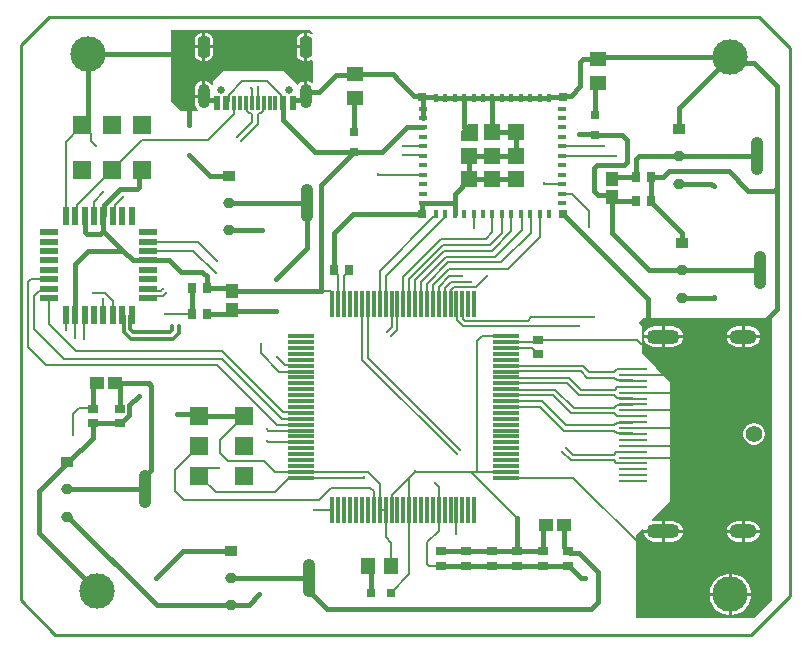
<source format=gbr>
%TF.GenerationSoftware,Altium Limited,Altium Designer,23.4.1 (23)*%
G04 Layer_Physical_Order=1*
G04 Layer_Color=255*
%FSLAX45Y45*%
%MOMM*%
%TF.SameCoordinates,1140DA37-B3DB-4B23-8321-DC1501029C55*%
%TF.FilePolarity,Positive*%
%TF.FileFunction,Copper,L1,Top,Signal*%
%TF.Part,Single*%
G01*
G75*
%TA.AperFunction,SMDPad,CuDef*%
%ADD10R,0.30000X2.20000*%
%ADD11R,2.20000X0.30000*%
%ADD12R,0.70000X0.70000*%
%TA.AperFunction,BGAPad,CuDef*%
%ADD13R,1.45000X1.45000*%
%TA.AperFunction,SMDPad,CuDef*%
%ADD14R,0.60000X0.60000*%
%ADD15R,0.40000X0.80000*%
%ADD16R,0.80000X0.40000*%
%TA.AperFunction,ConnectorPad*%
%ADD17R,0.30000X1.15000*%
%ADD18R,0.60000X1.15000*%
%TA.AperFunction,SMDPad,CuDef*%
%ADD19R,0.75814X0.81213*%
G04:AMPARAMS|DCode=20|XSize=1.00429mm|YSize=3.18213mm|CornerRadius=0.43687mm|HoleSize=0mm|Usage=FLASHONLY|Rotation=0.000|XOffset=0mm|YOffset=0mm|HoleType=Round|Shape=RoundedRectangle|*
%AMROUNDEDRECTD20*
21,1,1.00429,2.30840,0,0,0.0*
21,1,0.13056,3.18213,0,0,0.0*
1,1,0.87373,0.06528,-1.15420*
1,1,0.87373,-0.06528,-1.15420*
1,1,0.87373,-0.06528,1.15420*
1,1,0.87373,0.06528,1.15420*
%
%ADD20ROUNDEDRECTD20*%
G04:AMPARAMS|DCode=21|XSize=1.00429mm|YSize=0.87213mm|CornerRadius=0.43606mm|HoleSize=0mm|Usage=FLASHONLY|Rotation=0.000|XOffset=0mm|YOffset=0mm|HoleType=Round|Shape=RoundedRectangle|*
%AMROUNDEDRECTD21*
21,1,1.00429,0.00000,0,0,0.0*
21,1,0.13216,0.87213,0,0,0.0*
1,1,0.87213,0.06608,0.00000*
1,1,0.87213,-0.06608,0.00000*
1,1,0.87213,-0.06608,0.00000*
1,1,0.87213,0.06608,0.00000*
%
%ADD21ROUNDEDRECTD21*%
%ADD22R,1.00429X0.87213*%
%TA.AperFunction,BGAPad,CuDef*%
%ADD23R,1.60000X1.60000*%
%TA.AperFunction,SMDPad,CuDef*%
%ADD24R,0.80000X0.80000*%
%ADD25R,0.80000X0.80000*%
%ADD26R,1.05822X1.30606*%
%ADD27R,1.55000X0.55000*%
%ADD28R,0.55000X1.55000*%
%ADD29R,0.81213X0.75814*%
%ADD30R,1.30606X1.05822*%
%ADD31R,1.45000X1.20000*%
%TA.AperFunction,ConnectorPad*%
%ADD32R,2.40000X0.28000*%
%TA.AperFunction,BGAPad,CuDef*%
%ADD33R,1.60000X1.60000*%
%TA.AperFunction,SMDPad,CuDef*%
%ADD34R,1.20000X1.45000*%
%TA.AperFunction,Conductor*%
%ADD35C,0.20000*%
%ADD36C,0.40000*%
%ADD37C,0.30000*%
%TA.AperFunction,NonConductor*%
%ADD38C,0.25400*%
%TA.AperFunction,ComponentPad*%
%ADD39C,0.65000*%
%ADD40O,1.00000X2.10000*%
G04:AMPARAMS|DCode=41|XSize=1.8mm|YSize=1mm|CornerRadius=0.25mm|HoleSize=0mm|Usage=FLASHONLY|Rotation=270.000|XOffset=0mm|YOffset=0mm|HoleType=Round|Shape=RoundedRectangle|*
%AMROUNDEDRECTD41*
21,1,1.80000,0.50000,0,0,270.0*
21,1,1.30000,1.00000,0,0,270.0*
1,1,0.50000,-0.25000,-0.65000*
1,1,0.50000,-0.25000,0.65000*
1,1,0.50000,0.25000,0.65000*
1,1,0.50000,0.25000,-0.65000*
%
%ADD41ROUNDEDRECTD41*%
%ADD42C,1.40000*%
G04:AMPARAMS|DCode=43|XSize=1.2mm|YSize=2.3mm|CornerRadius=0.6mm|HoleSize=0mm|Usage=FLASHONLY|Rotation=90.000|XOffset=0mm|YOffset=0mm|HoleType=Round|Shape=RoundedRectangle|*
%AMROUNDEDRECTD43*
21,1,1.20000,1.10000,0,0,90.0*
21,1,0.00000,2.30000,0,0,90.0*
1,1,1.20000,0.55000,0.00000*
1,1,1.20000,0.55000,0.00000*
1,1,1.20000,-0.55000,0.00000*
1,1,1.20000,-0.55000,0.00000*
%
%ADD43ROUNDEDRECTD43*%
G04:AMPARAMS|DCode=44|XSize=1.2mm|YSize=2.8mm|CornerRadius=0.6mm|HoleSize=0mm|Usage=FLASHONLY|Rotation=90.000|XOffset=0mm|YOffset=0mm|HoleType=Round|Shape=RoundedRectangle|*
%AMROUNDEDRECTD44*
21,1,1.20000,1.60000,0,0,90.0*
21,1,0.00000,2.80000,0,0,90.0*
1,1,1.20000,0.80000,0.00000*
1,1,1.20000,0.80000,0.00000*
1,1,1.20000,-0.80000,0.00000*
1,1,1.20000,-0.80000,0.00000*
%
%ADD44ROUNDEDRECTD44*%
%TA.AperFunction,ViaPad*%
%ADD45C,0.25000*%
%ADD46C,3.00000*%
G36*
X13738393Y7635708D02*
X13730296Y7625843D01*
X13722765Y7630876D01*
X13703101Y7634787D01*
X13690800D01*
Y7518400D01*
Y7402013D01*
X13703101D01*
X13722765Y7405924D01*
X13728700Y7409890D01*
X13741400Y7403102D01*
Y7216146D01*
X13728700Y7211613D01*
X13716125Y7221262D01*
X13697783Y7228860D01*
X13690800Y7229779D01*
Y7100401D01*
X13665401D01*
Y7229779D01*
X13658417Y7228860D01*
X13640076Y7221262D01*
X13624324Y7209176D01*
X13614400Y7196243D01*
X13601855Y7199391D01*
X13601700Y7199481D01*
Y7200900D01*
X13487399Y7315200D01*
X12979401D01*
X12890500Y7226300D01*
Y7199481D01*
X12890344Y7199391D01*
X12877800Y7196243D01*
X12867876Y7209176D01*
X12852126Y7221262D01*
X12833784Y7228860D01*
X12826801Y7229779D01*
Y7100400D01*
X12814101D01*
Y7087700D01*
X12738049D01*
Y7045400D01*
X12740641Y7025716D01*
X12748238Y7007375D01*
X12760324Y6991624D01*
X12768957Y6985000D01*
X12764646Y6972300D01*
X12623800D01*
X12534900Y7061200D01*
Y7658100D01*
X13716000D01*
X13738393Y7635708D01*
D02*
G37*
G36*
X17627600Y2832100D02*
X17475200Y2679700D01*
X16471899D01*
Y3378200D01*
X16527951Y3434251D01*
X16537585Y3429500D01*
X16691901D01*
Y3502937D01*
X16624600D01*
X16613081Y3501420D01*
X16607149Y3513449D01*
X16764000Y3670300D01*
Y4610100D01*
Y4673600D01*
X16535400Y4914900D01*
X16522701D01*
Y5156200D01*
X16497301Y5181600D01*
X16535400Y5219700D01*
X17627600D01*
Y2832100D01*
D02*
G37*
G36*
X15133400Y6722000D02*
X14988400D01*
Y6807000D01*
X15048399Y6867000D01*
X15133400D01*
Y6722000D01*
D02*
G37*
%LPC*%
G36*
X13665401Y7634787D02*
X13653101D01*
X13633435Y7630876D01*
X13616763Y7619736D01*
X13605624Y7603065D01*
X13601714Y7583400D01*
Y7531100D01*
X13665401D01*
Y7634787D01*
D02*
G37*
G36*
X12839101D02*
X12826801D01*
Y7531100D01*
X12890488D01*
Y7583400D01*
X12886575Y7603065D01*
X12875436Y7619736D01*
X12858765Y7630876D01*
X12839101Y7634787D01*
D02*
G37*
G36*
X12801401D02*
X12789100D01*
X12769435Y7630876D01*
X12752764Y7619736D01*
X12741625Y7603065D01*
X12737713Y7583400D01*
Y7531100D01*
X12801401D01*
Y7634787D01*
D02*
G37*
G36*
X13665401Y7505700D02*
X13601714D01*
Y7453400D01*
X13605624Y7433735D01*
X13616763Y7417064D01*
X13633435Y7405924D01*
X13653101Y7402013D01*
X13665401D01*
Y7505700D01*
D02*
G37*
G36*
X12890488Y7505700D02*
X12826801D01*
Y7402013D01*
X12839101D01*
X12858765Y7405924D01*
X12875436Y7417064D01*
X12886575Y7433735D01*
X12890488Y7453400D01*
Y7505700D01*
D02*
G37*
G36*
X12801401D02*
X12737713D01*
Y7453400D01*
X12741625Y7433735D01*
X12752764Y7417064D01*
X12769435Y7405924D01*
X12789100Y7402013D01*
X12801401D01*
Y7505700D01*
D02*
G37*
G36*
X12801401Y7229779D02*
X12794417Y7228860D01*
X12776075Y7221262D01*
X12760324Y7209176D01*
X12748238Y7193426D01*
X12740641Y7175084D01*
X12738049Y7155400D01*
Y7113100D01*
X12801401D01*
Y7229779D01*
D02*
G37*
G36*
X17437601Y5152937D02*
X17395300D01*
Y5079500D01*
X17522066D01*
X17520802Y5089094D01*
X17512196Y5109868D01*
X17498508Y5127708D01*
X17480669Y5141396D01*
X17459894Y5150002D01*
X17437601Y5152937D01*
D02*
G37*
G36*
X17369901D02*
X17327600D01*
X17305305Y5150002D01*
X17284531Y5141396D01*
X17266692Y5127708D01*
X17253003Y5109868D01*
X17244398Y5089094D01*
X17243135Y5079500D01*
X17369901D01*
Y5152937D01*
D02*
G37*
G36*
X16784599D02*
X16717300D01*
Y5079500D01*
X16869064D01*
X16867802Y5089094D01*
X16859196Y5109868D01*
X16845508Y5127708D01*
X16827669Y5141396D01*
X16806894Y5150002D01*
X16784599Y5152937D01*
D02*
G37*
G36*
X16691901D02*
X16624600D01*
X16602306Y5150002D01*
X16581532Y5141396D01*
X16563692Y5127708D01*
X16550003Y5109868D01*
X16541399Y5089094D01*
X16540135Y5079500D01*
X16691901D01*
Y5152937D01*
D02*
G37*
G36*
X17522066Y5054100D02*
X17395300D01*
Y4980663D01*
X17437601D01*
X17459894Y4983598D01*
X17480669Y4992203D01*
X17498508Y5005892D01*
X17512196Y5023731D01*
X17520802Y5044506D01*
X17522066Y5054100D01*
D02*
G37*
G36*
X17369901D02*
X17243135D01*
X17244398Y5044506D01*
X17253003Y5023731D01*
X17266692Y5005892D01*
X17284531Y4992203D01*
X17305305Y4983598D01*
X17327600Y4980663D01*
X17369901D01*
Y5054100D01*
D02*
G37*
G36*
X16869064Y5054100D02*
X16717300D01*
Y4980663D01*
X16784599D01*
X16806894Y4983598D01*
X16827669Y4992203D01*
X16845508Y5005892D01*
X16859196Y5023732D01*
X16867802Y5044506D01*
X16869064Y5054100D01*
D02*
G37*
G36*
X16691901D02*
X16540135D01*
X16541399Y5044506D01*
X16550003Y5023732D01*
X16563692Y5005892D01*
X16581532Y4992203D01*
X16602306Y4983598D01*
X16624600Y4980663D01*
X16691901D01*
Y5054100D01*
D02*
G37*
G36*
X17484448Y4331800D02*
X17460751D01*
X17437862Y4325666D01*
X17417339Y4313818D01*
X17400581Y4297061D01*
X17388734Y4276539D01*
X17382600Y4253649D01*
Y4229951D01*
X17388734Y4207061D01*
X17400581Y4186539D01*
X17417339Y4169782D01*
X17437862Y4157934D01*
X17460751Y4151800D01*
X17484448D01*
X17507339Y4157934D01*
X17527861Y4169782D01*
X17544618Y4186539D01*
X17556467Y4207061D01*
X17562601Y4229951D01*
Y4253649D01*
X17556467Y4276539D01*
X17544618Y4297061D01*
X17527861Y4313818D01*
X17507339Y4325666D01*
X17484448Y4331800D01*
D02*
G37*
G36*
X17437601Y3502937D02*
X17395300D01*
Y3429500D01*
X17522066D01*
X17520802Y3439094D01*
X17512196Y3459869D01*
X17498508Y3477708D01*
X17480669Y3491397D01*
X17459894Y3500002D01*
X17437601Y3502937D01*
D02*
G37*
G36*
X17369901D02*
X17327600D01*
X17305305Y3500002D01*
X17284531Y3491397D01*
X17266692Y3477708D01*
X17253003Y3459869D01*
X17244398Y3439094D01*
X17243135Y3429500D01*
X17369901D01*
Y3502937D01*
D02*
G37*
G36*
X16784599D02*
X16717300D01*
Y3429500D01*
X16869064D01*
X16867802Y3439094D01*
X16859196Y3459868D01*
X16845508Y3477708D01*
X16827669Y3491397D01*
X16806894Y3500002D01*
X16784599Y3502937D01*
D02*
G37*
G36*
X17522066Y3404100D02*
X17395300D01*
Y3330663D01*
X17437601D01*
X17459894Y3333598D01*
X17480669Y3342204D01*
X17498508Y3355892D01*
X17512196Y3373732D01*
X17520802Y3394506D01*
X17522066Y3404100D01*
D02*
G37*
G36*
X17369901D02*
X17243135D01*
X17244398Y3394506D01*
X17253003Y3373732D01*
X17266692Y3355892D01*
X17284531Y3342204D01*
X17305305Y3333598D01*
X17327600Y3330663D01*
X17369901D01*
Y3404100D01*
D02*
G37*
G36*
X16869064Y3404100D02*
X16717300D01*
Y3330663D01*
X16784599D01*
X16806894Y3333598D01*
X16827669Y3342204D01*
X16845508Y3355892D01*
X16859196Y3373732D01*
X16867802Y3394506D01*
X16869064Y3404100D01*
D02*
G37*
G36*
X16691901D02*
X16540135D01*
X16541399Y3394506D01*
X16550003Y3373732D01*
X16563692Y3355892D01*
X16581532Y3342204D01*
X16602306Y3333598D01*
X16624600Y3330663D01*
X16691901D01*
Y3404100D01*
D02*
G37*
G36*
X17289275Y3058300D02*
X17284700D01*
Y2895600D01*
X17447400D01*
Y2900175D01*
X17440659Y2934062D01*
X17427437Y2965983D01*
X17408241Y2994711D01*
X17383810Y3019142D01*
X17355083Y3038337D01*
X17323161Y3051559D01*
X17289275Y3058300D01*
D02*
G37*
G36*
X17259300D02*
X17254726D01*
X17220837Y3051559D01*
X17188918Y3038337D01*
X17160188Y3019142D01*
X17135757Y2994711D01*
X17116563Y2965983D01*
X17103342Y2934062D01*
X17096600Y2900175D01*
Y2895600D01*
X17259300D01*
Y3058300D01*
D02*
G37*
G36*
X17447400Y2870200D02*
X17284700D01*
Y2707500D01*
X17289275D01*
X17323161Y2714241D01*
X17355083Y2727463D01*
X17383810Y2746658D01*
X17408241Y2771089D01*
X17427437Y2799817D01*
X17440659Y2831738D01*
X17447400Y2865625D01*
Y2870200D01*
D02*
G37*
G36*
X17259300D02*
X17096600D01*
Y2865625D01*
X17103342Y2831738D01*
X17116563Y2799817D01*
X17135757Y2771089D01*
X17160188Y2746658D01*
X17188918Y2727463D01*
X17220837Y2714241D01*
X17254726Y2707500D01*
X17259300D01*
Y2870200D01*
D02*
G37*
%LPD*%
D10*
X13903400Y3600400D02*
D03*
X13953400D02*
D03*
X14003400D02*
D03*
X14053400D02*
D03*
X14103400D02*
D03*
X14153400D02*
D03*
X14203400D02*
D03*
X14253400D02*
D03*
X14303400D02*
D03*
X14353400D02*
D03*
X14403400D02*
D03*
X14453400D02*
D03*
X14503400D02*
D03*
X14553400D02*
D03*
X14603400D02*
D03*
X14653400D02*
D03*
X14703400D02*
D03*
X14753400D02*
D03*
X14803400D02*
D03*
X14853400D02*
D03*
X14903400D02*
D03*
X14953400D02*
D03*
X15003400D02*
D03*
X15053400D02*
D03*
X15103400D02*
D03*
Y5340400D02*
D03*
X15053400D02*
D03*
X15003400D02*
D03*
X14953400D02*
D03*
X14903400D02*
D03*
X14853400D02*
D03*
X14803400D02*
D03*
X14753400D02*
D03*
X14703400D02*
D03*
X14653400D02*
D03*
X14603400D02*
D03*
X14553400D02*
D03*
X14503400D02*
D03*
X14453400D02*
D03*
X14403400D02*
D03*
X14353400D02*
D03*
X14303400D02*
D03*
X14253400D02*
D03*
X14203400D02*
D03*
X14153400D02*
D03*
X14103400D02*
D03*
X14053400D02*
D03*
X14003400D02*
D03*
X13953400D02*
D03*
X13903400D02*
D03*
D11*
X15373399Y3870400D02*
D03*
Y3920400D02*
D03*
Y3970400D02*
D03*
Y4020400D02*
D03*
Y4070400D02*
D03*
Y4120400D02*
D03*
Y4170400D02*
D03*
Y4220400D02*
D03*
Y4270400D02*
D03*
Y4320400D02*
D03*
Y4370400D02*
D03*
Y4420400D02*
D03*
Y4470400D02*
D03*
Y4520400D02*
D03*
Y4570400D02*
D03*
Y4620400D02*
D03*
Y4670400D02*
D03*
Y4720400D02*
D03*
Y4770400D02*
D03*
Y4820400D02*
D03*
Y4870400D02*
D03*
Y4920400D02*
D03*
Y4970400D02*
D03*
Y5020400D02*
D03*
Y5070400D02*
D03*
X13633400D02*
D03*
Y5020400D02*
D03*
Y4970400D02*
D03*
Y4920400D02*
D03*
Y4870400D02*
D03*
Y4820400D02*
D03*
Y4770400D02*
D03*
Y4720400D02*
D03*
Y4670400D02*
D03*
Y4620400D02*
D03*
Y4570400D02*
D03*
Y4520400D02*
D03*
Y4470400D02*
D03*
Y4420400D02*
D03*
Y4370400D02*
D03*
Y4320400D02*
D03*
Y4270400D02*
D03*
Y4220400D02*
D03*
Y4170400D02*
D03*
Y4120400D02*
D03*
Y4070400D02*
D03*
Y4020400D02*
D03*
Y3970400D02*
D03*
Y3920400D02*
D03*
Y3870400D02*
D03*
D12*
X15853400Y7092000D02*
D03*
Y6102000D02*
D03*
X14663400D02*
D03*
Y7092000D02*
D03*
D13*
X15455901Y6597000D02*
D03*
Y6399500D02*
D03*
X15258400D02*
D03*
X15060899D02*
D03*
Y6597000D02*
D03*
X15258400Y6794500D02*
D03*
X15455901D02*
D03*
X15258400Y6597000D02*
D03*
D14*
X15060899Y6794500D02*
D03*
D15*
X14778400Y7087000D02*
D03*
X14858400D02*
D03*
X14938400D02*
D03*
X15018401D02*
D03*
X15098399D02*
D03*
X15178400D02*
D03*
X15258400D02*
D03*
X15338400D02*
D03*
X15418401D02*
D03*
X15498399D02*
D03*
X15578400D02*
D03*
X15658400D02*
D03*
X15738400D02*
D03*
Y6107000D02*
D03*
X15658400D02*
D03*
X15578400D02*
D03*
X15498399D02*
D03*
X15418401D02*
D03*
X15338400D02*
D03*
X15258400D02*
D03*
X15178400D02*
D03*
X15098399D02*
D03*
X15018401D02*
D03*
X14938400D02*
D03*
X14858400D02*
D03*
X14778400D02*
D03*
D16*
X15848399Y6997000D02*
D03*
Y6917000D02*
D03*
Y6837000D02*
D03*
Y6757000D02*
D03*
Y6677000D02*
D03*
Y6597000D02*
D03*
Y6517000D02*
D03*
Y6437000D02*
D03*
Y6357000D02*
D03*
Y6277000D02*
D03*
Y6197000D02*
D03*
X14668401D02*
D03*
Y6277000D02*
D03*
Y6357000D02*
D03*
Y6437000D02*
D03*
Y6517000D02*
D03*
Y6597000D02*
D03*
Y6677000D02*
D03*
Y6757000D02*
D03*
Y6837000D02*
D03*
Y6917000D02*
D03*
Y6997000D02*
D03*
D17*
X13421100Y7042900D02*
D03*
X13371100D02*
D03*
X13321100D02*
D03*
X13071100D02*
D03*
X13121100D02*
D03*
X13171100D02*
D03*
X13271100D02*
D03*
X13221100D02*
D03*
D18*
X13006100D02*
D03*
X13486099D02*
D03*
X12926100D02*
D03*
X13566100D02*
D03*
D19*
X16472701Y6210300D02*
D03*
X16598099D02*
D03*
X13920001Y5626100D02*
D03*
X14045399D02*
D03*
X16598099Y6413500D02*
D03*
X16472701D02*
D03*
X12713501Y5257800D02*
D03*
X12838899D02*
D03*
X12713501Y5473700D02*
D03*
X12838899D02*
D03*
D20*
X13689900Y6197600D02*
D03*
X17525301Y5626100D02*
D03*
X12319000Y3771900D02*
D03*
X17499899Y6591300D02*
D03*
X13702600Y3022600D02*
D03*
D21*
X13030901Y5968600D02*
D03*
Y6197600D02*
D03*
X16866299Y5397100D02*
D03*
Y5626100D02*
D03*
X11660000Y3542900D02*
D03*
Y3771900D02*
D03*
X16840900Y6362300D02*
D03*
Y6591300D02*
D03*
X13043600Y2793600D02*
D03*
Y3022600D02*
D03*
D22*
X13030901Y6426600D02*
D03*
X16866299Y5855100D02*
D03*
X11660000Y4000900D02*
D03*
X16840900Y6820300D02*
D03*
X13043600Y3251600D02*
D03*
D23*
X12039600Y6857000D02*
D03*
Y6477000D02*
D03*
X12293600Y6857000D02*
D03*
X11785600D02*
D03*
Y6477000D02*
D03*
X12293600D02*
D03*
D24*
X14084300Y6629500D02*
D03*
Y6794500D02*
D03*
X16128999Y6775500D02*
D03*
Y6940500D02*
D03*
D25*
X14395399Y2895600D02*
D03*
X14230400D02*
D03*
D26*
X16268700Y6403616D02*
D03*
Y6248400D02*
D03*
X13055600Y5294492D02*
D03*
Y5449708D02*
D03*
D27*
X12344400Y5951200D02*
D03*
Y5871200D02*
D03*
Y5791200D02*
D03*
Y5711200D02*
D03*
Y5631200D02*
D03*
Y5551200D02*
D03*
Y5471200D02*
D03*
Y5391200D02*
D03*
X11504400D02*
D03*
Y5471200D02*
D03*
Y5551200D02*
D03*
Y5631200D02*
D03*
Y5711200D02*
D03*
Y5791200D02*
D03*
Y5871200D02*
D03*
Y5951200D02*
D03*
D28*
X12204400Y5251200D02*
D03*
X12124400D02*
D03*
X12044400D02*
D03*
X11964400D02*
D03*
X11884400D02*
D03*
X11804400D02*
D03*
X11724400D02*
D03*
X11644400D02*
D03*
Y6091200D02*
D03*
X11724400D02*
D03*
X11804400D02*
D03*
X11884400D02*
D03*
X11964400D02*
D03*
X12044400D02*
D03*
X12124400D02*
D03*
X12204400D02*
D03*
D29*
X15900400Y3125801D02*
D03*
Y3251200D02*
D03*
X15684500Y3125001D02*
D03*
Y3250399D02*
D03*
X15468600Y3125801D02*
D03*
Y3251200D02*
D03*
X15252699Y3125801D02*
D03*
Y3251200D02*
D03*
X15036800Y3125801D02*
D03*
Y3251200D02*
D03*
X14820900Y3125801D02*
D03*
Y3251200D02*
D03*
X12103100Y4331501D02*
D03*
Y4456899D02*
D03*
X11874500Y4331501D02*
D03*
Y4456899D02*
D03*
X15646400Y5041099D02*
D03*
Y4915701D02*
D03*
D30*
X15863708Y3467100D02*
D03*
X15708492D02*
D03*
X12066408Y4673600D02*
D03*
X11911192D02*
D03*
D31*
X14097000Y7088200D02*
D03*
Y7288200D02*
D03*
X16154401Y7215200D02*
D03*
Y7415200D02*
D03*
D32*
X16444600Y3841800D02*
D03*
Y3891800D02*
D03*
Y3941800D02*
D03*
Y3991800D02*
D03*
Y4041800D02*
D03*
Y4091800D02*
D03*
Y4141800D02*
D03*
Y4191800D02*
D03*
Y4241800D02*
D03*
Y4291800D02*
D03*
Y4341800D02*
D03*
Y4391800D02*
D03*
Y4441800D02*
D03*
Y4491800D02*
D03*
Y4541800D02*
D03*
Y4591800D02*
D03*
Y4641800D02*
D03*
Y4691800D02*
D03*
Y4741800D02*
D03*
Y4791800D02*
D03*
D33*
X13156700Y4140200D02*
D03*
X12776700D02*
D03*
X13156700Y3886200D02*
D03*
Y4394200D02*
D03*
X12776700D02*
D03*
Y3886200D02*
D03*
D34*
X14201801Y3124200D02*
D03*
X14401801D02*
D03*
D35*
X14171848Y3873500D02*
X14173199D01*
X14168747Y3870400D02*
X14171848Y3873500D01*
X13538400Y3870400D02*
X14168747D01*
X14770100Y3822700D02*
X14803400Y3789400D01*
Y3424200D02*
Y3789400D01*
X15373399Y3870400D02*
X15941600D01*
X16548100Y3263900D01*
X15074899Y3920400D02*
X15125700D01*
X14605974D02*
X15074899D01*
X15468600Y3526700D01*
X15125700Y3920400D02*
X15373399D01*
X15125700Y5029200D02*
X15168216Y5071716D01*
X15221466Y5070400D02*
X15373399D01*
X15220151Y5071716D02*
X15221466Y5070400D01*
X15168216Y5071716D02*
X15220151D01*
X15125700Y3920400D02*
Y5029200D01*
X15646400Y5041099D02*
X16485400D01*
X16573500Y4953000D01*
X14666158Y6679243D02*
X14668401Y6677000D01*
X14504356Y6679243D02*
X14666158D01*
X14503400Y6680200D02*
X14504356Y6679243D01*
X14662357Y6603043D02*
X14668401Y6597000D01*
X14504356Y6603043D02*
X14662357D01*
X14503400Y6604000D02*
X14504356Y6603043D01*
X14453400Y5118900D02*
Y5340400D01*
X14401801Y5067300D02*
X14453400Y5118900D01*
X14403400Y5145100D02*
Y5340400D01*
X14363699Y5105400D02*
X14403400Y5145100D01*
X14353400Y5340400D02*
Y5435400D01*
X14358400Y5440400D01*
Y5582700D01*
X13804900Y5449708D02*
X13889091D01*
X14287500Y6438900D02*
X14288853D01*
X14290753Y6437000D01*
X14668401D01*
X12044400Y6091200D02*
X12061900Y6108700D01*
Y6181800D01*
X12128500Y6248400D01*
X11644400Y6715800D02*
X11785600Y6857000D01*
X11644400Y6091200D02*
Y6715800D01*
X11884400Y6091200D02*
Y6207500D01*
X11963400Y6286500D01*
X13006100Y7042900D02*
X13026100Y7062900D01*
Y7112826D01*
X13139574Y7226300D01*
X13352626D01*
X13466100Y7112826D01*
Y7062900D02*
Y7112826D01*
Y7062900D02*
X13486099Y7042900D01*
X11723057Y5249857D02*
X11724400Y5251200D01*
X11723057Y5055557D02*
Y5249857D01*
X11722100Y5054600D02*
X11723057Y5055557D01*
X11873699Y4457700D02*
X11874500Y4456899D01*
X11760200Y4457700D02*
X11873699D01*
X11709400Y4229100D02*
Y4406900D01*
X11760200Y4457700D01*
X12776700Y3886200D02*
X12840199Y3949700D01*
X12941299D01*
X13747701Y3600400D02*
X13903400D01*
X12484100Y5257800D02*
X12713501D01*
X11785600Y6857000D02*
X11855600Y6787000D01*
Y6724500D02*
Y6787000D01*
Y6724500D02*
X11899900Y6680200D01*
X11963400Y5252200D02*
X11964400Y5251200D01*
X11963400Y5252200D02*
Y5384095D01*
X11963047Y5384447D02*
X11963400Y5384095D01*
X11874500Y5435600D02*
X11976100D01*
X12953999Y4191500D02*
X13156700Y4394200D01*
X12953999Y4076700D02*
Y4191500D01*
X13017500Y4013200D02*
X13322301D01*
X12953999Y4076700D02*
X13017500Y4013200D01*
X13415100Y3920400D02*
X13633400D01*
X13322301Y4013200D02*
X13415100Y3920400D01*
X13633400D02*
X14202499D01*
X14303400Y3600400D02*
Y3819500D01*
X14202499Y3920400D02*
X14303400Y3819500D01*
X14224985Y3784600D02*
X14253400Y3756184D01*
Y3600400D02*
Y3756184D01*
X13893800Y3784600D02*
X14224985D01*
X14303400Y3600400D02*
X14353400D01*
X14401801Y3124200D02*
Y3319183D01*
X14353065Y3367917D02*
X14401801Y3319183D01*
X14353065Y3367917D02*
Y3600066D01*
X14353400Y3600400D01*
X12649200Y3683000D02*
X13792200D01*
X13893800Y3784600D01*
X12573000Y3759200D02*
X12649200Y3683000D01*
X12573000Y3759200D02*
Y3936500D01*
X12776700Y4140200D01*
X13414500Y3746500D02*
X13538400Y3870400D01*
X12916400Y3746500D02*
X13414500D01*
X12776700Y3886200D02*
X12916400Y3746500D01*
X14848399Y6097000D02*
X14858400Y6107000D01*
X14848399Y6072700D02*
Y6097000D01*
X14358400Y5582700D02*
X14848399Y6072700D01*
X14303400Y5340400D02*
Y5623200D01*
X14757201Y6077000D02*
X14768401D01*
X14778400Y6087000D02*
Y6107000D01*
X14768401Y6077000D02*
X14778400Y6087000D01*
X14303400Y5623200D02*
X14757201Y6077000D01*
X14819299Y3124200D02*
X14820900Y3125801D01*
X14719299Y3124200D02*
X14819299D01*
X14706599Y3136900D02*
Y3327400D01*
Y3136900D02*
X14719299Y3124200D01*
X14706599Y3327400D02*
X14803400Y3424200D01*
X16444600Y4741800D02*
X16743300D01*
X16751300Y4749800D01*
X16444600Y4591800D02*
X16820399D01*
X16827499Y4584700D01*
X16314174Y4637800D02*
X16440601D01*
X15888600Y4672700D02*
X15989897Y4571403D01*
X16008704Y4616803D02*
X16293176D01*
X16314174Y4637800D01*
X16440601D02*
X16444600Y4641800D01*
X15989897Y4571403D02*
X16288571D01*
X15907405Y4718100D02*
X16008704Y4616803D01*
X16288571Y4571403D02*
X16314174Y4545800D01*
X16444600Y4441800D02*
X16811600D01*
X16814799Y4445000D01*
X16444600Y4291800D02*
X16801300D01*
X16802100Y4292600D01*
X16444600Y4141800D02*
X16800500D01*
X16802100Y4140200D01*
X16447800Y4038600D02*
X16828484D01*
X16840199Y4050316D01*
Y4051300D01*
X16334599Y3995800D02*
X16338600Y3991800D01*
X16444600Y4041800D02*
X16447800Y4038600D01*
X16284599Y4019100D02*
X16307899Y3995800D01*
X16334599D01*
X16307899Y4087800D02*
X16440601D01*
X16338600Y3991800D02*
X16444600D01*
X15938705Y4064500D02*
X16284599D01*
X15919901Y4019100D02*
X16284599D01*
Y4064500D02*
X16307899Y4087800D01*
X14953400Y3397753D02*
Y3600400D01*
X14947900Y3392253D02*
X14953400Y3397753D01*
X14947900Y3390900D02*
Y3392253D01*
X12044400Y5251200D02*
Y5367300D01*
X11976100Y5435600D02*
X12044400Y5367300D01*
X14553400Y3867826D02*
X14605974Y3920400D01*
X14408400Y3722826D02*
X14553400Y3867826D01*
Y3600400D02*
Y3867826D01*
X14408400Y3605400D02*
Y3722826D01*
X14403400Y3600400D02*
X14408400Y3605400D01*
X16078200Y5994400D02*
Y6132266D01*
X15933466Y6277000D02*
X16078200Y6132266D01*
X15848399Y6277000D02*
X15933466D01*
X15122012Y5482713D02*
X15214600Y5575300D01*
X14928287Y5482713D02*
X15122012D01*
X15843657Y6361743D02*
X15848399Y6357000D01*
X15698157Y6361743D02*
X15843657D01*
X15697200Y6362700D02*
X15698157Y6361743D01*
X13321100Y7000400D02*
Y7042900D01*
X13176100Y6972974D02*
Y6995400D01*
X13216100Y7167710D02*
X13221100Y7162710D01*
Y7042900D02*
Y7162710D01*
X13171100Y7000400D02*
Y7042900D01*
X13316100Y6972974D02*
Y6995400D01*
X13171100Y7000400D02*
X13176100Y6995400D01*
X13316100D02*
X13321100Y7000400D01*
X13216100Y7167710D02*
Y7169063D01*
X13271300Y7175300D02*
X13271500Y7175500D01*
X13271100Y7042900D02*
X13271300Y7043100D01*
Y7175300D01*
X12496095Y5434895D02*
X12496800D01*
X12469700Y5408500D02*
X12496095Y5434895D01*
X12361700Y5408500D02*
X12469700D01*
X12344400Y5391200D02*
X12361700Y5408500D01*
X12331700Y5378500D02*
X12344400Y5391200D01*
X12464284Y5467703D02*
X12464697D01*
X12344400Y5471200D02*
X12361700Y5453900D01*
X12450482D02*
X12464284Y5467703D01*
X12361700Y5453900D02*
X12450482D01*
X13280516Y6955400D02*
X13298526D01*
X13176100Y6972974D02*
X13193674Y6955400D01*
X13298526D02*
X13316100Y6972974D01*
X13223399Y6886100D02*
Y6943684D01*
X13093700Y6756400D02*
X13223399Y6886100D01*
X13193674Y6955400D02*
X13211684D01*
X13223399Y6943684D01*
X13268800D02*
X13280516Y6955400D01*
X13125803Y6724297D02*
X13268800Y6867295D01*
Y6943684D01*
X12852400Y6731000D02*
X13068300Y6946900D01*
Y7040100D01*
X12293600Y6731000D02*
X12852400D01*
X12762543Y5868357D02*
X12928600Y5702300D01*
X13068300Y7040100D02*
X13071100Y7042900D01*
X12039600Y6477000D02*
X12293600Y6731000D01*
X13356953Y4170400D02*
X13633400D01*
X13349052Y4178300D02*
X13356953Y4170400D01*
X13347701Y4178300D02*
X13349052D01*
X13358553Y4270400D02*
X13633400D01*
X13349052Y4279900D02*
X13358553Y4270400D01*
X13347701Y4279900D02*
X13349052D01*
X11798300Y5245100D02*
X11804400Y5251200D01*
X11798300Y5041900D02*
Y5245100D01*
X11644400Y5119600D02*
Y5251200D01*
Y5119600D02*
X11645900Y5118100D01*
X11724400Y6091200D02*
X11741900Y6108700D01*
Y6179300D01*
X12039600Y6477000D01*
X13889091Y5449708D02*
X13903400Y5435400D01*
Y5340400D02*
Y5435400D01*
X12725400Y5791200D02*
X12915900Y5600700D01*
X11734800Y4940300D02*
X12966701D01*
X13481601Y4425400D01*
X11506200Y5168900D02*
X11734800Y4940300D01*
X12344400Y5791200D02*
X12725400D01*
X12347244Y5868357D02*
X12762543D01*
X12344400Y5871200D02*
X12347244Y5868357D01*
X13296899Y4927600D02*
Y5003800D01*
Y4927600D02*
X13454100Y4770400D01*
X13628400Y4825400D02*
X13633400Y4820400D01*
X13500700Y4825400D02*
X13628400D01*
X13436600Y4889500D02*
X13500700Y4825400D01*
X13454100Y4770400D02*
X13633400D01*
X16305447Y6591300D02*
X16306799D01*
X16299747Y6597000D02*
X16305447Y6591300D01*
X15848399Y6597000D02*
X16299747D01*
X15848399Y6677000D02*
X15850642Y6679243D01*
X16204243D01*
X16205200Y6680200D01*
X15988699Y5155600D02*
X15989301Y5156200D01*
X15988100Y5155000D02*
X15988699Y5155600D01*
X15587137Y5232400D02*
X16116299D01*
X15555138Y5200400D02*
X15587137Y5232400D01*
X15003400Y5340400D02*
X15008400Y5335400D01*
Y5217974D02*
Y5335400D01*
X14958400Y5203769D02*
Y5240400D01*
X15025974Y5200400D02*
X15555138D01*
X14953400Y5245400D02*
X14958400Y5240400D01*
Y5203769D02*
X15007169Y5155000D01*
X15988100D01*
X15008400Y5217974D02*
X15025974Y5200400D01*
X14953400Y5245400D02*
Y5340400D01*
X14903400D02*
Y5435400D01*
X14908400Y5440400D02*
Y5462826D01*
X14903400Y5435400D02*
X14908400Y5440400D01*
X14853400Y5340400D02*
Y5435400D01*
X14891759Y5638800D02*
X15392400D01*
X14603400Y5543057D02*
X14851543Y5791200D01*
X14853400Y5435400D02*
X14858400Y5440400D01*
X14753400Y5340400D02*
Y5500442D01*
X14553400Y5557262D02*
X14838138Y5842000D01*
X14753400Y5500442D02*
X14891759Y5638800D01*
X14883752Y5695000D02*
X15334300D01*
X14838138Y5842000D02*
X15239294D01*
X14503400Y5571467D02*
X14824733Y5892800D01*
X14703400Y5340400D02*
Y5514647D01*
X14553400Y5340400D02*
Y5557262D01*
X14703400Y5514647D02*
X14883752Y5695000D01*
X14803400Y5486236D02*
X14892464Y5575300D01*
X14908400Y5462826D02*
X14928287Y5482713D01*
X14892464Y5575300D02*
X14998700D01*
X14503400Y5340400D02*
Y5571467D01*
X14803400Y5340400D02*
Y5486236D01*
X14909482Y5528113D02*
X15074899D01*
X14824733Y5892800D02*
X15201900D01*
X14858400Y5440400D02*
Y5477031D01*
X14864948Y5740400D02*
X15278101D01*
X14851543Y5791200D02*
X15252699D01*
X14653400Y5528852D02*
X14864948Y5740400D01*
X14858400Y5477031D02*
X14909482Y5528113D01*
X14653400Y5340400D02*
Y5528852D01*
X14603400Y5340400D02*
Y5543057D01*
X15392400Y5638800D02*
X15659100Y5905500D01*
Y6106300D01*
X15098399Y6107000D02*
X15099350Y6106050D01*
Y5982650D02*
Y6106050D01*
Y5982650D02*
X15100301Y5981700D01*
X12965994Y4876800D02*
X13472395Y4370400D01*
X11633200Y4876800D02*
X12965994D01*
X13481601Y4425400D02*
X13628400D01*
X13472395Y4370400D02*
X13633400D01*
X11328400Y4978400D02*
Y5525484D01*
X11354116Y5551200D02*
X11504400D01*
X11328400Y5525484D02*
X11354116Y5551200D01*
X11328400Y4978400D02*
X11480800Y4826000D01*
X11379200Y5130800D02*
Y5413426D01*
Y5130800D02*
X11633200Y4876800D01*
X11379200Y5413426D02*
X11419474Y5453700D01*
X12927325Y4826000D02*
X13432925Y4320400D01*
X13633400D01*
X11480800Y4826000D02*
X12927325D01*
X11486900Y5453700D02*
X11504400Y5471200D01*
X11419474Y5453700D02*
X11486900D01*
X11506200Y5168900D02*
Y5389400D01*
X11504400Y5391200D02*
X11506200Y5389400D01*
X13628400Y4425400D02*
X13633400Y4420400D01*
X15239294Y5842000D02*
X15341600Y5944305D01*
X15201900Y5892800D02*
X15258400Y5949300D01*
X16058099Y4719100D02*
X16290874D01*
X16023305Y4818100D02*
X16076904Y4764500D01*
X16290874D01*
X16004500Y4772700D02*
X16058099Y4719100D01*
X16440601Y4695800D02*
X16444600Y4691800D01*
X16290874Y4719100D02*
X16314174Y4695800D01*
X16440601D01*
Y4787800D02*
X16444600Y4791800D01*
X16314174Y4787800D02*
X16440601D01*
X16290874Y4764500D02*
X16314174Y4787800D01*
X15373399Y4820400D02*
X15375700Y4818100D01*
X16023305D01*
X15373399Y4770400D02*
X15375700Y4772700D01*
X16004500D01*
X15373399Y5020400D02*
X15625700D01*
X15646400Y5041099D01*
X15373399Y4970400D02*
X15589001D01*
X15643700Y4915701D01*
X15646400D01*
X13953368Y5498780D02*
X13953400Y5498747D01*
X13953368Y5498780D02*
Y5590034D01*
X13920001Y5623400D02*
X13953368Y5590034D01*
X13953400Y5340400D02*
Y5498747D01*
X14003400Y5340400D02*
Y5581401D01*
X14045399Y5623400D01*
Y5626100D01*
X15334300Y5695000D02*
X15582899Y5943600D01*
X15278101Y5740400D02*
X15506700Y5969000D01*
X15658400Y6107000D02*
X15659100Y6106300D01*
X15578400Y6107000D02*
X15582899Y6102500D01*
Y5943600D02*
Y6102500D01*
X15498399Y6107000D02*
X15506700Y6098700D01*
Y5969000D02*
Y6098700D01*
X15341600Y5944305D02*
Y6103800D01*
X15418401Y5956900D02*
Y6107000D01*
X15252699Y5791200D02*
X15418401Y5956900D01*
X15338400Y6107000D02*
X15341600Y6103800D01*
X15258400Y5949300D02*
Y6107000D01*
X15881703Y4121503D02*
X15938705Y4064500D01*
X15849600Y4089400D02*
X15919901Y4019100D01*
X14155701Y4868195D02*
Y5338100D01*
X14153400Y5340400D02*
X14155701Y5338100D01*
Y4868195D02*
X14953897Y4069997D01*
X14201100Y5338100D02*
X14203400Y5340400D01*
X14201100Y4887000D02*
Y5338100D01*
Y4887000D02*
X14986000Y4102100D01*
X16440601Y4087800D02*
X16444600Y4091800D01*
X14395399Y2895600D02*
X14553400Y3053600D01*
Y3600400D01*
X16440601Y4545800D02*
X16444600Y4541800D01*
X16314174Y4545800D02*
X16440601D01*
X15373399Y4720400D02*
X15375700Y4718100D01*
X15907405D01*
X15373399Y4670400D02*
X15375700Y4672700D01*
X15888600D01*
X15772701Y4572700D02*
X15926398Y4419003D01*
X16290874Y4419100D02*
X16314174Y4395800D01*
X16440601D01*
X16444600Y4391800D01*
X16440601Y4487800D02*
X16444600Y4491800D01*
X16133150Y4419003D02*
X16133247Y4419100D01*
X16290874D01*
Y4464500D02*
X16314174Y4487800D01*
X16114345Y4464403D02*
X16114442Y4464500D01*
X16290874D01*
X15926398Y4419003D02*
X16133150D01*
X15945203Y4464403D02*
X16114345D01*
X16314174Y4487800D02*
X16440601D01*
X15373399Y4620400D02*
X15375700Y4618100D01*
X15791505D01*
X15945203Y4464403D01*
X15373399Y4570400D02*
X15375700Y4572700D01*
X15772701D01*
X15879205Y4314500D02*
X16290874D01*
X15675604Y4518100D02*
X15879205Y4314500D01*
X16314174Y4337800D02*
X16440601D01*
X16290874Y4314500D02*
X16314174Y4337800D01*
X15860400Y4269100D02*
X16290874D01*
X16440601Y4337800D02*
X16444600Y4341800D01*
X16440601Y4245800D02*
X16444600Y4241800D01*
X16290874Y4269100D02*
X16314174Y4245800D01*
X16440601D01*
X15656799Y4472700D02*
X15860400Y4269100D01*
X15373399Y4520400D02*
X15375700Y4518100D01*
X15675604D01*
X15373399Y4470400D02*
X15375700Y4472700D01*
X15656799D01*
D36*
X12764000Y4406900D02*
X12776700Y4394200D01*
X12585700Y4406900D02*
X12764000D01*
X15738400Y7092000D02*
X15853400D01*
X14663400D02*
X14778400D01*
X14665900Y6997000D02*
Y7089500D01*
X14663400Y6102000D02*
Y6197000D01*
X12070189Y4673600D02*
X12346368D01*
X12319000Y3771900D02*
Y3883638D01*
X12346368Y4673600D02*
X12369800Y4650168D01*
X12319000Y3883638D02*
X12369800Y3934438D01*
Y4650168D01*
X12103100Y4331501D02*
X12105800D01*
X12151991Y4377692D01*
X12158975D01*
X12183707Y4402424D01*
Y4487507D01*
X12261850Y4565650D01*
X15900400Y3125801D02*
X15903101D01*
X16006300Y3022600D01*
X16040100D01*
X15468600Y3251200D02*
Y3526700D01*
X13043600Y2793600D02*
X13194901D01*
X13284200Y2882900D01*
X13030901Y5968600D02*
X13309200D01*
X13309599Y5969000D01*
X12687300Y6858000D02*
Y6997700D01*
X12674600Y7010400D02*
X12687300Y6997700D01*
X12864700Y6426600D02*
X13030901D01*
X12687300Y6604000D02*
X12864700Y6426600D01*
X13055600Y5449708D02*
X13804900D01*
Y6350100D02*
X14084300Y6629500D01*
X13804900Y5449708D02*
Y6350100D01*
X13920001Y5623400D02*
Y5626100D01*
Y5944401D01*
X14077600Y6102000D01*
X14663400D01*
X16840900Y6362300D02*
X17107300D01*
X17132300Y6337300D01*
X16866299Y5397100D02*
X17131900D01*
X17132300Y5397500D01*
X15853400Y6102000D02*
X16573500Y5381900D01*
Y5194300D02*
Y5381900D01*
X11785600Y6857000D02*
X11836400Y6907800D01*
Y7454900D01*
X13055600Y5290711D02*
X13063110Y5283200D01*
X13423900D01*
X13689900Y5815900D02*
Y6197600D01*
X13423900Y5549900D02*
X13689900Y5815900D01*
X12636900Y3251600D02*
X13043600D01*
X12407900Y3022600D02*
X12636900Y3251600D01*
X12129500Y5792200D02*
X12210500Y5711200D01*
X11964400Y5957300D02*
X12129500Y5792200D01*
X11724400Y5679200D02*
X11837400Y5792200D01*
X12129500D01*
X11724400Y5251200D02*
Y5679200D01*
X12210500Y5711200D02*
X12344400D01*
X17551401Y5181600D02*
X17665700Y5295900D01*
Y6324600D01*
X17551401Y5168900D02*
Y5181600D01*
X16002000Y7184032D02*
Y7391769D01*
X16025430Y7415200D02*
X16154401D01*
X16002000Y7391769D02*
X16025430Y7415200D01*
X15853400Y7092000D02*
X15868401Y7107000D01*
X15924969D01*
X16002000Y7184032D01*
X16122701Y6781800D02*
X16128999Y6775500D01*
X15989301Y6781800D02*
X16122701D01*
X14478000D02*
X14533200Y6837000D01*
X14325700Y6629500D02*
X14478000Y6781800D01*
X12926100Y7042900D02*
Y7061650D01*
X12916100Y7071650D02*
X12926100Y7061650D01*
X12841817Y7071650D02*
X12916100D01*
X12814101Y7099367D02*
X12841817Y7071650D01*
X12814101Y7099367D02*
Y7100400D01*
X14665900Y6997000D02*
X14668401D01*
X14663400Y7092000D02*
X14665900Y7089500D01*
X14668401Y6917000D02*
Y6997000D01*
X14938400Y6192000D02*
Y6277000D01*
Y6107000D02*
Y6192000D01*
X14668401Y6197000D02*
X14933400D01*
X14938400Y6192000D01*
X14663400Y6197000D02*
X14668401D01*
X14938400Y6277000D02*
X15060899Y6399500D01*
X16586200Y5626100D02*
X16866299D01*
X16268700Y5943600D02*
X16586200Y5626100D01*
X16268700Y5943600D02*
Y6243211D01*
Y6248400D01*
X16866299Y5626100D02*
X17525301D01*
X16866299Y5855100D02*
Y5942099D01*
X16618706Y6189693D02*
X16866299Y5942099D01*
X16616006Y6189693D02*
X16618706D01*
X16598099Y6207600D02*
X16616006Y6189693D01*
X16598099Y6207600D02*
Y6210300D01*
X17272000Y7429500D02*
X17321748Y7379751D01*
X17474149D01*
X17665700Y7188200D01*
Y6324600D02*
Y7188200D01*
X17424400Y6299200D02*
X17640300D01*
X17665700Y6324600D01*
X16751300Y6464300D02*
X17259300D01*
X17424400Y6299200D01*
X16598099Y6413500D02*
X16700500D01*
X16751300Y6464300D01*
X16840900Y6820300D02*
Y6998400D01*
X17272000Y7429500D01*
X16154401Y7415200D02*
X16168700Y7429500D01*
X17272000D01*
X12776700Y4394200D02*
X13156700D01*
X12415908Y2793600D02*
X13043600D01*
X11666608Y3542900D02*
X12415908Y2793600D01*
X11660000Y3542900D02*
X11666608D01*
X11653392Y4000900D02*
X11660000D01*
X11629785Y3977293D02*
X11653392Y4000900D01*
X11629785Y3970685D02*
Y3977293D01*
X11417300Y3758200D02*
X11629785Y3970685D01*
X11417300Y3403600D02*
X11912600Y2908300D01*
X11417300Y3403600D02*
Y3758200D01*
X11660000Y4000900D02*
X11666608D01*
X11874500Y4208792D01*
Y4331501D01*
X11836400Y7454900D02*
X12598400D01*
X14097000Y7288200D02*
X14098599Y7289800D01*
X14085899Y7277100D02*
X14097000Y7288200D01*
X13931900Y7277100D02*
X14085899D01*
X13678101Y7100400D02*
Y7105583D01*
X13705817Y7133300D01*
X13788100D01*
X13931900Y7277100D01*
X13566100Y7042900D02*
Y7061650D01*
X13576100Y7071650D01*
X13650383D01*
X13678101Y7099367D01*
Y7100400D01*
X13030901Y6197600D02*
X13689900D01*
X16395700Y6540500D02*
Y6732968D01*
X16128999Y6775500D02*
X16353168D01*
X16395700Y6732968D01*
X16370300Y6515100D02*
X16395700Y6540500D01*
X16472701Y6567869D02*
X16496132Y6591300D01*
X16840900D01*
X16472701Y6413500D02*
Y6567869D01*
X16139731Y6515100D02*
X16370300D01*
X16116299Y6299200D02*
Y6491669D01*
X16139731Y6515100D01*
X16116299Y6299200D02*
X16154401Y6261100D01*
X16256000D02*
X16268700Y6248400D01*
X16154401Y6261100D02*
X16256000D01*
X12814101Y7484519D02*
Y7518400D01*
X12784481Y7454900D02*
X12814101Y7484519D01*
X14439900Y7258932D02*
Y7266369D01*
X14098599Y7289800D02*
X14416467D01*
X14439900Y7266369D01*
X14648399Y7107000D02*
X14663400Y7092000D01*
X14591830Y7107000D02*
X14648399D01*
X14439900Y7258932D02*
X14591830Y7107000D01*
X14778400Y7087000D02*
Y7092000D01*
Y7087000D02*
X14858400D01*
X14938400D01*
X15018401D01*
Y6837000D02*
Y7087000D01*
Y6837000D02*
X15060899Y6794500D01*
X15018401Y7087000D02*
X15098399D01*
X15178400D01*
X15258400D02*
X15338400D01*
X15178400D02*
X15258400D01*
Y6794500D02*
Y7087000D01*
X15338400D02*
X15418401D01*
X15498399D01*
X15578400D01*
X15658400D01*
X15738400D01*
Y7092000D01*
X13702600Y2913708D02*
Y3022600D01*
Y2913708D02*
X13860408Y2755900D01*
X16090900D01*
X16154401Y2819400D02*
Y3073400D01*
X16090900Y2755900D02*
X16154401Y2819400D01*
X15900400Y3251200D02*
X15918307Y3233293D01*
X15994507D01*
X16154401Y3073400D01*
X12344400Y5711200D02*
X12348200Y5715000D01*
X12522200D01*
X12623800Y5613400D02*
X12801601D01*
X12522200Y5715000D02*
X12623800Y5613400D01*
X12838899Y5473700D02*
Y5576101D01*
X12801601Y5613400D02*
X12838899Y5576101D01*
X11827832Y5930900D02*
X11938000D01*
X11804400Y5954331D02*
Y6091200D01*
Y5954331D02*
X11827832Y5930900D01*
X11964400Y5957300D02*
Y6091200D01*
X11938000Y5930900D02*
X11964400Y5957300D01*
X12103532Y6311900D02*
X12244768D01*
X12268200Y6451600D02*
X12293600Y6477000D01*
X12268200Y6335332D02*
Y6451600D01*
X12244768Y6311900D02*
X12268200Y6335332D01*
X11964400Y6091200D02*
X11971900Y6098700D01*
Y6180268D01*
X12103532Y6311900D01*
X13043600Y3022600D02*
X13702600D01*
X14533200Y6837000D02*
X14668401D01*
X14084300Y6629500D02*
X14325700D01*
X16840900Y6591300D02*
X17499899D01*
X13486099Y6897400D02*
Y7042900D01*
Y6897400D02*
X13753999Y6629500D01*
X14084300D01*
Y6794500D02*
Y7075500D01*
X14097000Y7088200D01*
X16128999Y6940500D02*
Y7189800D01*
X16154401Y7215200D01*
X15258400Y6794500D02*
X15455901D01*
Y6597000D02*
Y6794500D01*
X15258400Y6597000D02*
X15455901D01*
X15060899D02*
X15258400D01*
X15060899Y6399500D02*
Y6597000D01*
Y6399500D02*
X15258400D01*
X15455901D01*
X16598099Y6210300D02*
Y6413500D01*
X16301611Y6210300D02*
X16472701D01*
X16268700Y6243211D02*
X16301611Y6210300D01*
X16278584Y6413500D02*
X16472701D01*
X16268700Y6403616D02*
X16278584Y6413500D01*
X15684500Y3125001D02*
X15684900Y3125401D01*
X15900000D01*
X15900400Y3125801D01*
X15468600D02*
X15469000Y3125401D01*
X15684100D01*
X15684500Y3125001D01*
X15252699Y3125801D02*
X15468600D01*
X15036800D02*
X15252699D01*
X14820900D02*
X15036800D01*
X11874500Y4331501D02*
X12103100D01*
X12713501Y5257800D02*
Y5473700D01*
X12838899Y5257800D02*
X13022688D01*
X13055600Y5290711D01*
X12838899Y5473700D02*
X13031609D01*
X13055600Y5449708D01*
X11660000Y3771900D02*
X12319000D01*
X12066408Y4673600D02*
X12070189D01*
X12103100Y4456899D02*
Y4640689D01*
X12070189Y4673600D02*
X12103100Y4640689D01*
X11874500Y4456899D02*
Y4640689D01*
X11907411Y4673600D01*
X11911192D01*
X14230400Y2895600D02*
Y3095600D01*
X14201801Y3124200D02*
X14230400Y3095600D01*
X15863708Y3285192D02*
Y3467100D01*
Y3285192D02*
X15897701Y3251200D01*
X15900400D01*
X15684500Y3250399D02*
Y3443108D01*
X15708492Y3467100D01*
X15468600Y3251200D02*
X15469000Y3250800D01*
X15684100D01*
X15684500Y3250399D01*
X15252699Y3251200D02*
X15468600D01*
X15036800D02*
X15252699D01*
X14820900D02*
X15036800D01*
D37*
X12552974Y5050000D02*
X12603000Y5100026D01*
Y5156200D01*
X12195666Y5050000D02*
X12552974D01*
X12547600Y5122974D02*
Y5156200D01*
X12192100Y5238900D02*
X12204400Y5251200D01*
X12192100Y5131913D02*
Y5238900D01*
X12530026Y5105400D02*
X12547600Y5122974D01*
X12218613Y5105400D02*
X12530026D01*
X12192100Y5131913D02*
X12218613Y5105400D01*
X12124400Y5251200D02*
X12136700Y5238900D01*
Y5108966D02*
Y5238900D01*
Y5108966D02*
X12195666Y5050000D01*
D38*
X17780000Y2870200D02*
Y7493000D01*
X17449800Y2540000D02*
X17780000Y2870200D01*
X11557000Y2540000D02*
X17449800D01*
X11264900Y2832100D02*
X11557000Y2540000D01*
X11264900Y2832100D02*
Y3022600D01*
Y7531100D01*
X11506200Y7772400D01*
X17513300D01*
X17780000Y7505700D01*
Y7493000D02*
Y7505700D01*
D39*
X13535100Y7150400D02*
D03*
X12957100D02*
D03*
D40*
X12814101Y7100400D02*
D03*
X13678101D02*
D03*
D41*
X12814101Y7518400D02*
D03*
X13678101D02*
D03*
D42*
X17472600Y4241800D02*
D03*
D43*
X17382600Y5066800D02*
D03*
Y3416800D02*
D03*
D44*
X16704601Y5066800D02*
D03*
Y3416800D02*
D03*
D45*
X14173199Y3873500D02*
D03*
X14605000Y3924300D02*
D03*
X14770100Y3822700D02*
D03*
X14303400Y3819500D02*
D03*
X12585700Y4406900D02*
D03*
X12261850Y4565650D02*
D03*
X16040100Y3022600D02*
D03*
X13284200Y2882900D02*
D03*
X13309599Y5969000D02*
D03*
X14503400Y6604000D02*
D03*
Y6680200D02*
D03*
X14363699Y5105400D02*
D03*
X14401801Y5067300D02*
D03*
X12687300Y6858000D02*
D03*
Y6604000D02*
D03*
X14287500Y6438900D02*
D03*
X17132300Y6337300D02*
D03*
Y5397500D02*
D03*
X12128500Y6248400D02*
D03*
X11963400Y6286500D02*
D03*
X11722100Y5054600D02*
D03*
X11709400Y4229100D02*
D03*
X12941299Y3949700D02*
D03*
X13747701Y3600400D02*
D03*
X13423900Y5283200D02*
D03*
Y5549900D02*
D03*
X12484100Y5257800D02*
D03*
X11899900Y6680200D02*
D03*
X11963400Y5384095D02*
D03*
X12407900Y3022600D02*
D03*
X11874500Y5435600D02*
D03*
X15989301Y6781800D02*
D03*
X14478000D02*
D03*
X14947900Y3390900D02*
D03*
X16078200Y5994400D02*
D03*
X15214600Y5575300D02*
D03*
X15697200Y6362700D02*
D03*
X15074899Y5528113D02*
D03*
X13216100Y7169063D02*
D03*
X12496800Y5434895D02*
D03*
X12464697Y5467703D02*
D03*
X13093700Y6756400D02*
D03*
X13125803Y6724297D02*
D03*
X12928600Y5702300D02*
D03*
X12603000Y5156200D02*
D03*
X13271500Y7175500D02*
D03*
X13347701Y4279900D02*
D03*
Y4178300D02*
D03*
X11645900Y5118100D02*
D03*
X11798300Y5041900D02*
D03*
X12547600Y5156200D02*
D03*
X12915900Y5600700D02*
D03*
X13296899Y5003800D02*
D03*
X13436600Y4889500D02*
D03*
X16306799Y6591300D02*
D03*
X16205200Y6680200D02*
D03*
X16116299Y5232400D02*
D03*
X15988699Y5155600D02*
D03*
X15100301Y5981700D02*
D03*
X14998700Y5575300D02*
D03*
X15881703Y4121503D02*
D03*
X15849600Y4089400D02*
D03*
X14953897Y4069997D02*
D03*
X14986000Y4102100D02*
D03*
D46*
X11836400Y7454900D02*
D03*
X11912600Y2908300D02*
D03*
X17272000Y2882900D02*
D03*
Y7429500D02*
D03*
%TF.MD5,022d3f903a8d638a4f1ea7a47d9e52c6*%
M02*

</source>
